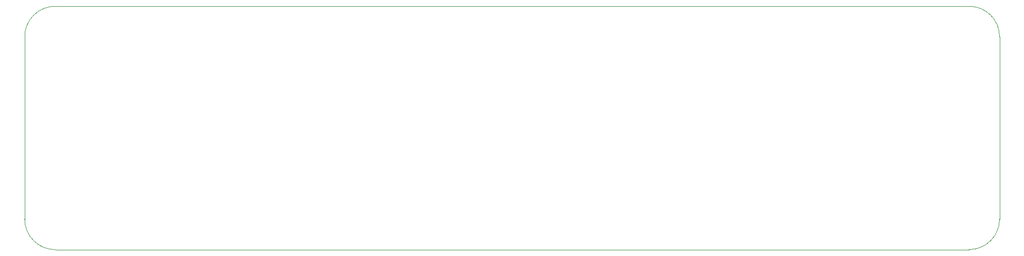
<source format=gbp>
G04*
G04 #@! TF.GenerationSoftware,Altium Limited,Altium Designer,23.4.1 (23)*
G04*
G04 Layer_Color=128*
%FSAX44Y44*%
%MOMM*%
G71*
G04*
G04 #@! TF.SameCoordinates,1AFE91A9-0CB0-4E6F-966B-FDDC03A74EF8*
G04*
G04*
G04 #@! TF.FilePolarity,Positive*
G04*
G01*
G75*
%ADD16C,0.1000*%
D16*
X02900000Y02150000D02*
G03*
X02850000Y02200000I-00050000J00000000D01*
G01*
X01350000D02*
G03*
X01300000Y02150000I00000000J-00050000D01*
G01*
X02850000Y01800000D02*
G03*
X02900000Y01850000I00000000J00050000D01*
G01*
X01300000D02*
G03*
X01350000Y01800000I00050000J00000000D01*
G01*
Y02200000D02*
X02850000Y02200000D01*
X02900000Y02150000D02*
X02900000Y01850000D01*
X01350000Y01800000D02*
X02850000Y01800000D01*
X01300000Y01850000D02*
X01300000Y02150000D01*
M02*

</source>
